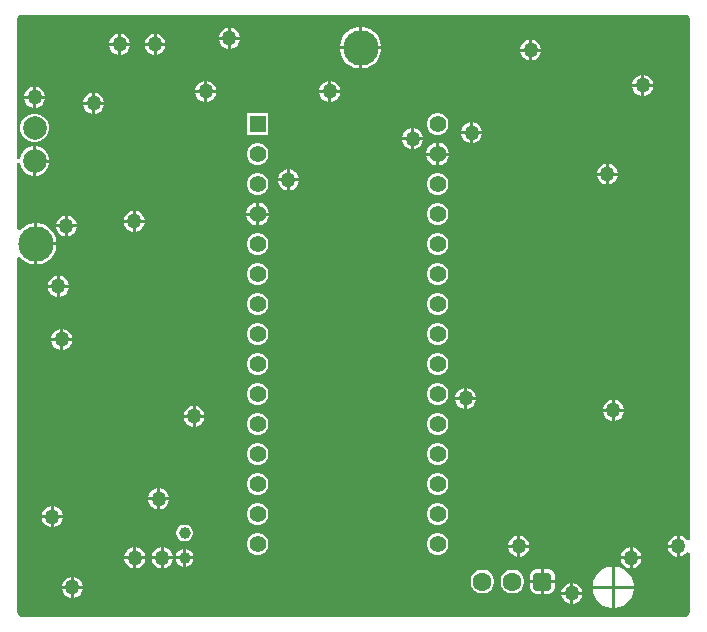
<source format=gbr>
G04*
G04 #@! TF.GenerationSoftware,Altium Limited,Altium Designer,24.6.1 (21)*
G04*
G04 Layer_Physical_Order=2*
G04 Layer_Color=16711680*
%FSLAX25Y25*%
%MOIN*%
G70*
G04*
G04 #@! TF.SameCoordinates,FB6864B3-348A-4B3C-8FDE-2C751703143F*
G04*
G04*
G04 #@! TF.FilePolarity,Positive*
G04*
G01*
G75*
%ADD55R,0.05567X0.05567*%
%ADD56C,0.05567*%
%ADD59C,0.03937*%
%ADD60C,0.07874*%
%ADD61C,0.11811*%
G04:AMPARAMS|DCode=62|XSize=62.99mil|YSize=62.99mil|CornerRadius=15.75mil|HoleSize=0mil|Usage=FLASHONLY|Rotation=180.000|XOffset=0mil|YOffset=0mil|HoleType=Round|Shape=RoundedRectangle|*
%AMROUNDEDRECTD62*
21,1,0.06299,0.03150,0,0,180.0*
21,1,0.03150,0.06299,0,0,180.0*
1,1,0.03150,-0.01575,0.01575*
1,1,0.03150,0.01575,0.01575*
1,1,0.03150,0.01575,-0.01575*
1,1,0.03150,-0.01575,-0.01575*
%
%ADD62ROUNDEDRECTD62*%
%ADD63C,0.06299*%
%ADD64C,0.05000*%
G36*
X225524Y202456D02*
X226078Y201903D01*
X226378Y201179D01*
Y200787D01*
Y27771D01*
X225378Y27503D01*
X225242Y27740D01*
X224590Y28391D01*
X223792Y28852D01*
X222941Y29080D01*
Y25591D01*
Y22101D01*
X223792Y22329D01*
X224590Y22790D01*
X225242Y23441D01*
X225378Y23678D01*
X226378Y23410D01*
Y3937D01*
Y3545D01*
X226078Y2822D01*
X225524Y2268D01*
X224801Y1969D01*
X3545D01*
X2822Y2268D01*
X2268Y2822D01*
X1969Y3545D01*
Y3937D01*
Y121576D01*
X2694Y121886D01*
X2968Y121911D01*
X3866Y121014D01*
X4997Y120258D01*
X6254Y119738D01*
X7588Y119473D01*
X7768D01*
Y126378D01*
Y133283D01*
X7588D01*
X6254Y133018D01*
X4997Y132498D01*
X3866Y131742D01*
X2968Y130845D01*
X2694Y130870D01*
X1969Y131180D01*
Y153211D01*
X2937Y153287D01*
X3274Y152031D01*
X3923Y150906D01*
X4843Y149986D01*
X5968Y149336D01*
X7224Y149000D01*
X7374D01*
Y153937D01*
Y158874D01*
X7224D01*
X5968Y158538D01*
X4843Y157888D01*
X3923Y156968D01*
X3274Y155843D01*
X2937Y154587D01*
X1969Y154663D01*
Y200787D01*
Y201179D01*
X2268Y201903D01*
X2822Y202456D01*
X3545Y202756D01*
X224801D01*
X225524Y202456D01*
D02*
G37*
%LPC*%
G36*
X73335Y198371D02*
Y195382D01*
X76324D01*
X76096Y196233D01*
X75635Y197031D01*
X74984Y197683D01*
X74186Y198143D01*
X73335Y198371D01*
D02*
G37*
G36*
X72335D02*
X71484Y198143D01*
X70686Y197683D01*
X70034Y197031D01*
X69573Y196233D01*
X69345Y195382D01*
X72335D01*
Y198371D01*
D02*
G37*
G36*
X48531Y196403D02*
Y193413D01*
X51521D01*
X51293Y194264D01*
X50832Y195062D01*
X50181Y195714D01*
X49382Y196175D01*
X48531Y196403D01*
D02*
G37*
G36*
X47532D02*
X46681Y196175D01*
X45882Y195714D01*
X45231Y195062D01*
X44770Y194264D01*
X44542Y193413D01*
X47532D01*
Y196403D01*
D02*
G37*
G36*
X36720D02*
Y193413D01*
X39710D01*
X39482Y194264D01*
X39021Y195062D01*
X38370Y195714D01*
X37571Y196175D01*
X36720Y196403D01*
D02*
G37*
G36*
X35721D02*
X34870Y196175D01*
X34071Y195714D01*
X33420Y195062D01*
X32959Y194264D01*
X32731Y193413D01*
X35721D01*
Y196403D01*
D02*
G37*
G36*
X117216Y198638D02*
X117035D01*
Y192232D01*
X123441D01*
Y192412D01*
X123176Y193747D01*
X122655Y195003D01*
X121899Y196134D01*
X120937Y197096D01*
X119806Y197852D01*
X118550Y198372D01*
X117216Y198638D01*
D02*
G37*
G36*
X116035D02*
X115855D01*
X114521Y198372D01*
X113265Y197852D01*
X112133Y197096D01*
X111172Y196134D01*
X110416Y195003D01*
X109895Y193747D01*
X109630Y192412D01*
Y192232D01*
X116035D01*
Y198638D01*
D02*
G37*
G36*
X173728Y194434D02*
Y191445D01*
X176718D01*
X176490Y192296D01*
X176029Y193094D01*
X175377Y193746D01*
X174579Y194206D01*
X173728Y194434D01*
D02*
G37*
G36*
X172728D02*
X171877Y194206D01*
X171079Y193746D01*
X170428Y193094D01*
X169967Y192296D01*
X169739Y191445D01*
X172728D01*
Y194434D01*
D02*
G37*
G36*
X76324Y194382D02*
X73335D01*
Y191392D01*
X74186Y191620D01*
X74984Y192081D01*
X75635Y192733D01*
X76096Y193531D01*
X76324Y194382D01*
D02*
G37*
G36*
X72335D02*
X69345D01*
X69573Y193531D01*
X70034Y192733D01*
X70686Y192081D01*
X71484Y191620D01*
X72335Y191392D01*
Y194382D01*
D02*
G37*
G36*
X51521Y192413D02*
X48531D01*
Y189424D01*
X49382Y189652D01*
X50181Y190113D01*
X50832Y190764D01*
X51293Y191562D01*
X51521Y192413D01*
D02*
G37*
G36*
X47532D02*
X44542D01*
X44770Y191562D01*
X45231Y190764D01*
X45882Y190113D01*
X46681Y189652D01*
X47532Y189424D01*
Y192413D01*
D02*
G37*
G36*
X39710D02*
X36720D01*
Y189424D01*
X37571Y189652D01*
X38370Y190113D01*
X39021Y190764D01*
X39482Y191562D01*
X39710Y192413D01*
D02*
G37*
G36*
X35721D02*
X32731D01*
X32959Y191562D01*
X33420Y190764D01*
X34071Y190113D01*
X34870Y189652D01*
X35721Y189424D01*
Y192413D01*
D02*
G37*
G36*
X176718Y190445D02*
X173728D01*
Y187455D01*
X174579Y187683D01*
X175377Y188144D01*
X176029Y188796D01*
X176490Y189594D01*
X176718Y190445D01*
D02*
G37*
G36*
X172728D02*
X169739D01*
X169967Y189594D01*
X170428Y188796D01*
X171079Y188144D01*
X171877Y187683D01*
X172728Y187455D01*
Y190445D01*
D02*
G37*
G36*
X123441Y191232D02*
X117035D01*
Y184827D01*
X117216D01*
X118550Y185092D01*
X119806Y185613D01*
X120937Y186368D01*
X121899Y187330D01*
X122655Y188461D01*
X123176Y189718D01*
X123441Y191052D01*
Y191232D01*
D02*
G37*
G36*
X116035D02*
X109630D01*
Y191052D01*
X109895Y189718D01*
X110416Y188461D01*
X111172Y187330D01*
X112133Y186368D01*
X113265Y185613D01*
X114521Y185092D01*
X115855Y184827D01*
X116035D01*
Y191232D01*
D02*
G37*
G36*
X211130Y182623D02*
Y179634D01*
X214119D01*
X213891Y180485D01*
X213431Y181283D01*
X212779Y181935D01*
X211981Y182395D01*
X211130Y182623D01*
D02*
G37*
G36*
X210130D02*
X209279Y182395D01*
X208481Y181935D01*
X207829Y181283D01*
X207368Y180485D01*
X207140Y179634D01*
X210130D01*
Y182623D01*
D02*
G37*
G36*
X106799Y180655D02*
Y177665D01*
X109789D01*
X109561Y178516D01*
X109100Y179314D01*
X108448Y179966D01*
X107650Y180427D01*
X106799Y180655D01*
D02*
G37*
G36*
X105799D02*
X104948Y180427D01*
X104150Y179966D01*
X103498Y179314D01*
X103038Y178516D01*
X102810Y177665D01*
X105799D01*
Y180655D01*
D02*
G37*
G36*
X65461D02*
Y177665D01*
X68450D01*
X68222Y178516D01*
X67761Y179314D01*
X67110Y179966D01*
X66312Y180427D01*
X65461Y180655D01*
D02*
G37*
G36*
X64461D02*
X63610Y180427D01*
X62812Y179966D01*
X62160Y179314D01*
X61699Y178516D01*
X61471Y177665D01*
X64461D01*
Y180655D01*
D02*
G37*
G36*
X8374Y178686D02*
Y175697D01*
X11364D01*
X11135Y176548D01*
X10675Y177346D01*
X10023Y177998D01*
X9225Y178458D01*
X8374Y178686D01*
D02*
G37*
G36*
X7374D02*
X6523Y178458D01*
X5725Y177998D01*
X5073Y177346D01*
X4612Y176548D01*
X4385Y175697D01*
X7374D01*
Y178686D01*
D02*
G37*
G36*
X214119Y178634D02*
X211130D01*
Y175644D01*
X211981Y175872D01*
X212779Y176333D01*
X213431Y176985D01*
X213891Y177783D01*
X214119Y178634D01*
D02*
G37*
G36*
X210130D02*
X207140D01*
X207368Y177783D01*
X207829Y176985D01*
X208481Y176333D01*
X209279Y175872D01*
X210130Y175644D01*
Y178634D01*
D02*
G37*
G36*
X28059Y176718D02*
Y173728D01*
X31049D01*
X30821Y174579D01*
X30360Y175377D01*
X29708Y176029D01*
X28910Y176490D01*
X28059Y176718D01*
D02*
G37*
G36*
X27059D02*
X26208Y176490D01*
X25410Y176029D01*
X24758Y175377D01*
X24298Y174579D01*
X24070Y173728D01*
X27059D01*
Y176718D01*
D02*
G37*
G36*
X109789Y176665D02*
X106799D01*
Y173676D01*
X107650Y173904D01*
X108448Y174365D01*
X109100Y175016D01*
X109561Y175814D01*
X109789Y176665D01*
D02*
G37*
G36*
X105799D02*
X102810D01*
X103038Y175814D01*
X103498Y175016D01*
X104150Y174365D01*
X104948Y173904D01*
X105799Y173676D01*
Y176665D01*
D02*
G37*
G36*
X68450D02*
X65461D01*
Y173676D01*
X66312Y173904D01*
X67110Y174365D01*
X67761Y175016D01*
X68222Y175814D01*
X68450Y176665D01*
D02*
G37*
G36*
X64461D02*
X61471D01*
X61699Y175814D01*
X62160Y175016D01*
X62812Y174365D01*
X63610Y173904D01*
X64461Y173676D01*
Y176665D01*
D02*
G37*
G36*
X11364Y174697D02*
X8374D01*
Y171707D01*
X9225Y171935D01*
X10023Y172396D01*
X10675Y173048D01*
X11135Y173846D01*
X11364Y174697D01*
D02*
G37*
G36*
X7374D02*
X4385D01*
X4612Y173846D01*
X5073Y173048D01*
X5725Y172396D01*
X6523Y171935D01*
X7374Y171707D01*
Y174697D01*
D02*
G37*
G36*
X31049Y172728D02*
X28059D01*
Y169739D01*
X28910Y169967D01*
X29708Y170428D01*
X30360Y171079D01*
X30821Y171877D01*
X31049Y172728D01*
D02*
G37*
G36*
X27059D02*
X24070D01*
X24298Y171877D01*
X24758Y171079D01*
X25410Y170428D01*
X26208Y169967D01*
X27059Y169739D01*
Y172728D01*
D02*
G37*
G36*
X154043Y166875D02*
Y163886D01*
X157033D01*
X156805Y164737D01*
X156344Y165535D01*
X155692Y166186D01*
X154894Y166647D01*
X154043Y166875D01*
D02*
G37*
G36*
X153043D02*
X152192Y166647D01*
X151394Y166186D01*
X150743Y165535D01*
X150282Y164737D01*
X150054Y163886D01*
X153043D01*
Y166875D01*
D02*
G37*
G36*
X142675Y169841D02*
X141735D01*
X140826Y169597D01*
X140012Y169127D01*
X139347Y168462D01*
X138877Y167648D01*
X138634Y166740D01*
Y165800D01*
X138877Y164891D01*
X139347Y164077D01*
X140012Y163412D01*
X140826Y162942D01*
X141735Y162699D01*
X142675D01*
X143583Y162942D01*
X144397Y163412D01*
X145062Y164077D01*
X145532Y164891D01*
X145776Y165800D01*
Y166740D01*
X145532Y167648D01*
X145062Y168462D01*
X144397Y169127D01*
X143583Y169597D01*
X142675Y169841D01*
D02*
G37*
G36*
X85776D02*
X78634D01*
Y162699D01*
X85776D01*
Y169841D01*
D02*
G37*
G36*
X134358Y164907D02*
Y161917D01*
X137348D01*
X137120Y162768D01*
X136659Y163566D01*
X136007Y164218D01*
X135209Y164679D01*
X134358Y164907D01*
D02*
G37*
G36*
X133358D02*
X132507Y164679D01*
X131709Y164218D01*
X131058Y163566D01*
X130597Y162768D01*
X130369Y161917D01*
X133358D01*
Y164907D01*
D02*
G37*
G36*
X8496Y169685D02*
X7252D01*
X6050Y169363D01*
X4973Y168741D01*
X4093Y167861D01*
X3472Y166784D01*
X3150Y165583D01*
Y164339D01*
X3472Y163137D01*
X4093Y162060D01*
X4973Y161180D01*
X6050Y160558D01*
X7252Y160236D01*
X8496D01*
X9698Y160558D01*
X10775Y161180D01*
X11654Y162060D01*
X12276Y163137D01*
X12598Y164339D01*
Y165583D01*
X12276Y166784D01*
X11654Y167861D01*
X10775Y168741D01*
X9698Y169363D01*
X8496Y169685D01*
D02*
G37*
G36*
X157033Y162886D02*
X154043D01*
Y159896D01*
X154894Y160124D01*
X155692Y160585D01*
X156344Y161237D01*
X156805Y162035D01*
X157033Y162886D01*
D02*
G37*
G36*
X153043D02*
X150054D01*
X150282Y162035D01*
X150743Y161237D01*
X151394Y160585D01*
X152192Y160124D01*
X153043Y159896D01*
Y162886D01*
D02*
G37*
G36*
X137348Y160917D02*
X134358D01*
Y157928D01*
X135209Y158156D01*
X136007Y158617D01*
X136659Y159268D01*
X137120Y160066D01*
X137348Y160917D01*
D02*
G37*
G36*
X133358D02*
X130369D01*
X130597Y160066D01*
X131058Y159268D01*
X131709Y158617D01*
X132507Y158156D01*
X133358Y157928D01*
Y160917D01*
D02*
G37*
G36*
X142705Y160053D02*
Y156770D01*
X145988D01*
X145730Y157730D01*
X145232Y158593D01*
X144528Y159297D01*
X143665Y159795D01*
X142705Y160053D01*
D02*
G37*
G36*
X141705D02*
X140744Y159795D01*
X139882Y159297D01*
X139177Y158593D01*
X138679Y157730D01*
X138422Y156770D01*
X141705D01*
Y160053D01*
D02*
G37*
G36*
X8524Y158874D02*
X8374D01*
Y154437D01*
X12811D01*
Y154587D01*
X12475Y155843D01*
X11825Y156968D01*
X10905Y157888D01*
X9780Y158538D01*
X8524Y158874D01*
D02*
G37*
G36*
X82675Y159841D02*
X81735D01*
X80826Y159597D01*
X80012Y159127D01*
X79347Y158462D01*
X78877Y157648D01*
X78634Y156740D01*
Y155800D01*
X78877Y154891D01*
X79347Y154077D01*
X80012Y153412D01*
X80826Y152942D01*
X81735Y152699D01*
X82675D01*
X83583Y152942D01*
X84397Y153412D01*
X85062Y154077D01*
X85532Y154891D01*
X85776Y155800D01*
Y156740D01*
X85532Y157648D01*
X85062Y158462D01*
X84397Y159127D01*
X83583Y159597D01*
X82675Y159841D01*
D02*
G37*
G36*
X145988Y155770D02*
X142705D01*
Y152487D01*
X143665Y152744D01*
X144528Y153242D01*
X145232Y153947D01*
X145730Y154809D01*
X145988Y155770D01*
D02*
G37*
G36*
X141705D02*
X138422D01*
X138679Y154809D01*
X139177Y153947D01*
X139882Y153242D01*
X140744Y152744D01*
X141705Y152487D01*
Y155770D01*
D02*
G37*
G36*
X199319Y153096D02*
Y150106D01*
X202308D01*
X202080Y150957D01*
X201620Y151755D01*
X200968Y152407D01*
X200170Y152868D01*
X199319Y153096D01*
D02*
G37*
G36*
X198319D02*
X197468Y152868D01*
X196670Y152407D01*
X196018Y151755D01*
X195557Y150957D01*
X195329Y150106D01*
X198319D01*
Y153096D01*
D02*
G37*
G36*
X12811Y153437D02*
X8374D01*
Y149000D01*
X8524D01*
X9780Y149336D01*
X10905Y149986D01*
X11825Y150906D01*
X12475Y152031D01*
X12811Y153287D01*
Y153437D01*
D02*
G37*
G36*
X93020Y151127D02*
Y148138D01*
X96009D01*
X95781Y148989D01*
X95320Y149787D01*
X94669Y150438D01*
X93871Y150899D01*
X93020Y151127D01*
D02*
G37*
G36*
X92020D02*
X91169Y150899D01*
X90371Y150438D01*
X89719Y149787D01*
X89258Y148989D01*
X89030Y148138D01*
X92020D01*
Y151127D01*
D02*
G37*
G36*
X202308Y149106D02*
X199319D01*
Y146117D01*
X200170Y146345D01*
X200968Y146806D01*
X201620Y147457D01*
X202080Y148255D01*
X202308Y149106D01*
D02*
G37*
G36*
X198319D02*
X195329D01*
X195557Y148255D01*
X196018Y147457D01*
X196670Y146806D01*
X197468Y146345D01*
X198319Y146117D01*
Y149106D01*
D02*
G37*
G36*
X96009Y147138D02*
X93020D01*
Y144148D01*
X93871Y144376D01*
X94669Y144837D01*
X95320Y145489D01*
X95781Y146287D01*
X96009Y147138D01*
D02*
G37*
G36*
X92020D02*
X89030D01*
X89258Y146287D01*
X89719Y145489D01*
X90371Y144837D01*
X91169Y144376D01*
X92020Y144148D01*
Y147138D01*
D02*
G37*
G36*
X142675Y149841D02*
X141735D01*
X140826Y149597D01*
X140012Y149127D01*
X139347Y148462D01*
X138877Y147648D01*
X138634Y146740D01*
Y145800D01*
X138877Y144891D01*
X139347Y144077D01*
X140012Y143412D01*
X140826Y142942D01*
X141735Y142699D01*
X142675D01*
X143583Y142942D01*
X144397Y143412D01*
X145062Y144077D01*
X145532Y144891D01*
X145776Y145800D01*
Y146740D01*
X145532Y147648D01*
X145062Y148462D01*
X144397Y149127D01*
X143583Y149597D01*
X142675Y149841D01*
D02*
G37*
G36*
X82675D02*
X81735D01*
X80826Y149597D01*
X80012Y149127D01*
X79347Y148462D01*
X78877Y147648D01*
X78634Y146740D01*
Y145800D01*
X78877Y144891D01*
X79347Y144077D01*
X80012Y143412D01*
X80826Y142942D01*
X81735Y142699D01*
X82675D01*
X83583Y142942D01*
X84397Y143412D01*
X85062Y144077D01*
X85532Y144891D01*
X85776Y145800D01*
Y146740D01*
X85532Y147648D01*
X85062Y148462D01*
X84397Y149127D01*
X83583Y149597D01*
X82675Y149841D01*
D02*
G37*
G36*
X82705Y140053D02*
Y136770D01*
X85988D01*
X85730Y137730D01*
X85232Y138593D01*
X84528Y139297D01*
X83665Y139795D01*
X82705Y140053D01*
D02*
G37*
G36*
X81705D02*
X80744Y139795D01*
X79882Y139297D01*
X79177Y138593D01*
X78679Y137730D01*
X78422Y136770D01*
X81705D01*
Y140053D01*
D02*
G37*
G36*
X41543Y137348D02*
Y134358D01*
X44533D01*
X44305Y135209D01*
X43844Y136007D01*
X43192Y136659D01*
X42394Y137120D01*
X41543Y137348D01*
D02*
G37*
G36*
X40543D02*
X39692Y137120D01*
X38894Y136659D01*
X38243Y136007D01*
X37782Y135209D01*
X37554Y134358D01*
X40543D01*
Y137348D01*
D02*
G37*
G36*
X19004Y135773D02*
Y132783D01*
X21993D01*
X21765Y133634D01*
X21305Y134432D01*
X20653Y135084D01*
X19855Y135545D01*
X19004Y135773D01*
D02*
G37*
G36*
X18004D02*
X17153Y135545D01*
X16355Y135084D01*
X15703Y134432D01*
X15243Y133634D01*
X15014Y132783D01*
X18004D01*
Y135773D01*
D02*
G37*
G36*
X142675Y139841D02*
X141735D01*
X140826Y139597D01*
X140012Y139127D01*
X139347Y138462D01*
X138877Y137648D01*
X138634Y136740D01*
Y135800D01*
X138877Y134891D01*
X139347Y134077D01*
X140012Y133412D01*
X140826Y132942D01*
X141735Y132699D01*
X142675D01*
X143583Y132942D01*
X144397Y133412D01*
X145062Y134077D01*
X145532Y134891D01*
X145776Y135800D01*
Y136740D01*
X145532Y137648D01*
X145062Y138462D01*
X144397Y139127D01*
X143583Y139597D01*
X142675Y139841D01*
D02*
G37*
G36*
X85988Y135770D02*
X82705D01*
Y132487D01*
X83665Y132744D01*
X84528Y133242D01*
X85232Y133947D01*
X85730Y134809D01*
X85988Y135770D01*
D02*
G37*
G36*
X81705D02*
X78422D01*
X78679Y134809D01*
X79177Y133947D01*
X79882Y133242D01*
X80744Y132744D01*
X81705Y132487D01*
Y135770D01*
D02*
G37*
G36*
X44533Y133358D02*
X41543D01*
Y130369D01*
X42394Y130597D01*
X43192Y131058D01*
X43844Y131709D01*
X44305Y132507D01*
X44533Y133358D01*
D02*
G37*
G36*
X40543D02*
X37554D01*
X37782Y132507D01*
X38243Y131709D01*
X38894Y131058D01*
X39692Y130597D01*
X40543Y130369D01*
Y133358D01*
D02*
G37*
G36*
X21993Y131783D02*
X19004D01*
Y128794D01*
X19855Y129022D01*
X20653Y129483D01*
X21305Y130134D01*
X21765Y130932D01*
X21993Y131783D01*
D02*
G37*
G36*
X18004D02*
X15014D01*
X15243Y130932D01*
X15703Y130134D01*
X16355Y129483D01*
X17153Y129022D01*
X18004Y128794D01*
Y131783D01*
D02*
G37*
G36*
X8948Y133283D02*
X8768D01*
Y126878D01*
X15173D01*
Y127058D01*
X14908Y128392D01*
X14387Y129649D01*
X13632Y130780D01*
X12670Y131742D01*
X11539Y132498D01*
X10282Y133018D01*
X8948Y133283D01*
D02*
G37*
G36*
X142675Y129841D02*
X141735D01*
X140826Y129597D01*
X140012Y129127D01*
X139347Y128462D01*
X138877Y127648D01*
X138634Y126740D01*
Y125800D01*
X138877Y124891D01*
X139347Y124077D01*
X140012Y123412D01*
X140826Y122942D01*
X141735Y122699D01*
X142675D01*
X143583Y122942D01*
X144397Y123412D01*
X145062Y124077D01*
X145532Y124891D01*
X145776Y125800D01*
Y126740D01*
X145532Y127648D01*
X145062Y128462D01*
X144397Y129127D01*
X143583Y129597D01*
X142675Y129841D01*
D02*
G37*
G36*
X82675D02*
X81735D01*
X80826Y129597D01*
X80012Y129127D01*
X79347Y128462D01*
X78877Y127648D01*
X78634Y126740D01*
Y125800D01*
X78877Y124891D01*
X79347Y124077D01*
X80012Y123412D01*
X80826Y122942D01*
X81735Y122699D01*
X82675D01*
X83583Y122942D01*
X84397Y123412D01*
X85062Y124077D01*
X85532Y124891D01*
X85776Y125800D01*
Y126740D01*
X85532Y127648D01*
X85062Y128462D01*
X84397Y129127D01*
X83583Y129597D01*
X82675Y129841D01*
D02*
G37*
G36*
X15173Y125878D02*
X8768D01*
Y119473D01*
X8948D01*
X10282Y119738D01*
X11539Y120258D01*
X12670Y121014D01*
X13632Y121976D01*
X14387Y123107D01*
X14908Y124364D01*
X15173Y125698D01*
Y125878D01*
D02*
G37*
G36*
X16248Y115694D02*
Y112705D01*
X19238D01*
X19010Y113556D01*
X18549Y114354D01*
X17897Y115005D01*
X17099Y115466D01*
X16248Y115694D01*
D02*
G37*
G36*
X15248D02*
X14397Y115466D01*
X13599Y115005D01*
X12947Y114354D01*
X12487Y113556D01*
X12258Y112705D01*
X15248D01*
Y115694D01*
D02*
G37*
G36*
X142675Y119841D02*
X141735D01*
X140826Y119597D01*
X140012Y119127D01*
X139347Y118462D01*
X138877Y117648D01*
X138634Y116740D01*
Y115800D01*
X138877Y114891D01*
X139347Y114077D01*
X140012Y113412D01*
X140826Y112942D01*
X141735Y112699D01*
X142675D01*
X143583Y112942D01*
X144397Y113412D01*
X145062Y114077D01*
X145532Y114891D01*
X145776Y115800D01*
Y116740D01*
X145532Y117648D01*
X145062Y118462D01*
X144397Y119127D01*
X143583Y119597D01*
X142675Y119841D01*
D02*
G37*
G36*
X82675D02*
X81735D01*
X80826Y119597D01*
X80012Y119127D01*
X79347Y118462D01*
X78877Y117648D01*
X78634Y116740D01*
Y115800D01*
X78877Y114891D01*
X79347Y114077D01*
X80012Y113412D01*
X80826Y112942D01*
X81735Y112699D01*
X82675D01*
X83583Y112942D01*
X84397Y113412D01*
X85062Y114077D01*
X85532Y114891D01*
X85776Y115800D01*
Y116740D01*
X85532Y117648D01*
X85062Y118462D01*
X84397Y119127D01*
X83583Y119597D01*
X82675Y119841D01*
D02*
G37*
G36*
X19238Y111705D02*
X16248D01*
Y108715D01*
X17099Y108943D01*
X17897Y109404D01*
X18549Y110056D01*
X19010Y110854D01*
X19238Y111705D01*
D02*
G37*
G36*
X15248D02*
X12258D01*
X12487Y110854D01*
X12947Y110056D01*
X13599Y109404D01*
X14397Y108943D01*
X15248Y108715D01*
Y111705D01*
D02*
G37*
G36*
X142675Y109841D02*
X141735D01*
X140826Y109597D01*
X140012Y109127D01*
X139347Y108462D01*
X138877Y107648D01*
X138634Y106740D01*
Y105800D01*
X138877Y104891D01*
X139347Y104077D01*
X140012Y103412D01*
X140826Y102942D01*
X141735Y102699D01*
X142675D01*
X143583Y102942D01*
X144397Y103412D01*
X145062Y104077D01*
X145532Y104891D01*
X145776Y105800D01*
Y106740D01*
X145532Y107648D01*
X145062Y108462D01*
X144397Y109127D01*
X143583Y109597D01*
X142675Y109841D01*
D02*
G37*
G36*
X82675D02*
X81735D01*
X80826Y109597D01*
X80012Y109127D01*
X79347Y108462D01*
X78877Y107648D01*
X78634Y106740D01*
Y105800D01*
X78877Y104891D01*
X79347Y104077D01*
X80012Y103412D01*
X80826Y102942D01*
X81735Y102699D01*
X82675D01*
X83583Y102942D01*
X84397Y103412D01*
X85062Y104077D01*
X85532Y104891D01*
X85776Y105800D01*
Y106740D01*
X85532Y107648D01*
X85062Y108462D01*
X84397Y109127D01*
X83583Y109597D01*
X82675Y109841D01*
D02*
G37*
G36*
X17429Y97978D02*
Y94988D01*
X20419D01*
X20191Y95839D01*
X19730Y96637D01*
X19078Y97289D01*
X18280Y97750D01*
X17429Y97978D01*
D02*
G37*
G36*
X16429D02*
X15578Y97750D01*
X14780Y97289D01*
X14128Y96637D01*
X13668Y95839D01*
X13440Y94988D01*
X16429D01*
Y97978D01*
D02*
G37*
G36*
X142675Y99840D02*
X141735D01*
X140826Y99597D01*
X140012Y99127D01*
X139347Y98462D01*
X138877Y97648D01*
X138634Y96740D01*
Y95800D01*
X138877Y94891D01*
X139347Y94077D01*
X140012Y93412D01*
X140826Y92942D01*
X141735Y92699D01*
X142675D01*
X143583Y92942D01*
X144397Y93412D01*
X145062Y94077D01*
X145532Y94891D01*
X145776Y95800D01*
Y96740D01*
X145532Y97648D01*
X145062Y98462D01*
X144397Y99127D01*
X143583Y99597D01*
X142675Y99840D01*
D02*
G37*
G36*
X82675D02*
X81735D01*
X80826Y99597D01*
X80012Y99127D01*
X79347Y98462D01*
X78877Y97648D01*
X78634Y96740D01*
Y95800D01*
X78877Y94891D01*
X79347Y94077D01*
X80012Y93412D01*
X80826Y92942D01*
X81735Y92699D01*
X82675D01*
X83583Y92942D01*
X84397Y93412D01*
X85062Y94077D01*
X85532Y94891D01*
X85776Y95800D01*
Y96740D01*
X85532Y97648D01*
X85062Y98462D01*
X84397Y99127D01*
X83583Y99597D01*
X82675Y99840D01*
D02*
G37*
G36*
X20419Y93988D02*
X17429D01*
Y90999D01*
X18280Y91227D01*
X19078Y91688D01*
X19730Y92339D01*
X20191Y93137D01*
X20419Y93988D01*
D02*
G37*
G36*
X16429D02*
X13440D01*
X13668Y93137D01*
X14128Y92339D01*
X14780Y91688D01*
X15578Y91227D01*
X16429Y90999D01*
Y93988D01*
D02*
G37*
G36*
X142675Y89841D02*
X141735D01*
X140826Y89597D01*
X140012Y89127D01*
X139347Y88462D01*
X138877Y87648D01*
X138634Y86740D01*
Y85800D01*
X138877Y84891D01*
X139347Y84077D01*
X140012Y83412D01*
X140826Y82942D01*
X141735Y82699D01*
X142675D01*
X143583Y82942D01*
X144397Y83412D01*
X145062Y84077D01*
X145532Y84891D01*
X145776Y85800D01*
Y86740D01*
X145532Y87648D01*
X145062Y88462D01*
X144397Y89127D01*
X143583Y89597D01*
X142675Y89841D01*
D02*
G37*
G36*
X82675D02*
X81735D01*
X80826Y89597D01*
X80012Y89127D01*
X79347Y88462D01*
X78877Y87648D01*
X78634Y86740D01*
Y85800D01*
X78877Y84891D01*
X79347Y84077D01*
X80012Y83412D01*
X80826Y82942D01*
X81735Y82699D01*
X82675D01*
X83583Y82942D01*
X84397Y83412D01*
X85062Y84077D01*
X85532Y84891D01*
X85776Y85800D01*
Y86740D01*
X85532Y87648D01*
X85062Y88462D01*
X84397Y89127D01*
X83583Y89597D01*
X82675Y89841D01*
D02*
G37*
G36*
X152075Y78293D02*
Y75303D01*
X155064D01*
X154836Y76154D01*
X154376Y76952D01*
X153724Y77604D01*
X152926Y78065D01*
X152075Y78293D01*
D02*
G37*
G36*
X151075D02*
X150224Y78065D01*
X149426Y77604D01*
X148774Y76952D01*
X148313Y76154D01*
X148085Y75303D01*
X151075D01*
Y78293D01*
D02*
G37*
G36*
X142675Y79840D02*
X141735D01*
X140826Y79597D01*
X140012Y79127D01*
X139347Y78462D01*
X138877Y77648D01*
X138634Y76740D01*
Y75800D01*
X138877Y74891D01*
X139347Y74077D01*
X140012Y73412D01*
X140826Y72942D01*
X141735Y72699D01*
X142675D01*
X143583Y72942D01*
X144397Y73412D01*
X145062Y74077D01*
X145532Y74891D01*
X145776Y75800D01*
Y76740D01*
X145532Y77648D01*
X145062Y78462D01*
X144397Y79127D01*
X143583Y79597D01*
X142675Y79840D01*
D02*
G37*
G36*
X82675D02*
X81735D01*
X80826Y79597D01*
X80012Y79127D01*
X79347Y78462D01*
X78877Y77648D01*
X78634Y76740D01*
Y75800D01*
X78877Y74891D01*
X79347Y74077D01*
X80012Y73412D01*
X80826Y72942D01*
X81735Y72699D01*
X82675D01*
X83583Y72942D01*
X84397Y73412D01*
X85062Y74077D01*
X85532Y74891D01*
X85776Y75800D01*
Y76740D01*
X85532Y77648D01*
X85062Y78462D01*
X84397Y79127D01*
X83583Y79597D01*
X82675Y79840D01*
D02*
G37*
G36*
X201287Y74356D02*
Y71366D01*
X204277D01*
X204049Y72217D01*
X203588Y73015D01*
X202936Y73667D01*
X202138Y74128D01*
X201287Y74356D01*
D02*
G37*
G36*
X200287D02*
X199436Y74128D01*
X198638Y73667D01*
X197987Y73015D01*
X197526Y72217D01*
X197298Y71366D01*
X200287D01*
Y74356D01*
D02*
G37*
G36*
X155064Y74303D02*
X152075D01*
Y71314D01*
X152926Y71542D01*
X153724Y72002D01*
X154376Y72654D01*
X154836Y73452D01*
X155064Y74303D01*
D02*
G37*
G36*
X151075D02*
X148085D01*
X148313Y73452D01*
X148774Y72654D01*
X149426Y72002D01*
X150224Y71542D01*
X151075Y71314D01*
Y74303D01*
D02*
G37*
G36*
X61524Y72387D02*
Y69398D01*
X64513D01*
X64285Y70249D01*
X63824Y71047D01*
X63173Y71698D01*
X62375Y72159D01*
X61524Y72387D01*
D02*
G37*
G36*
X60524D02*
X59673Y72159D01*
X58875Y71698D01*
X58223Y71047D01*
X57762Y70249D01*
X57534Y69398D01*
X60524D01*
Y72387D01*
D02*
G37*
G36*
X204277Y70366D02*
X201287D01*
Y67377D01*
X202138Y67605D01*
X202936Y68065D01*
X203588Y68717D01*
X204049Y69515D01*
X204277Y70366D01*
D02*
G37*
G36*
X200287D02*
X197298D01*
X197526Y69515D01*
X197987Y68717D01*
X198638Y68065D01*
X199436Y67605D01*
X200287Y67377D01*
Y70366D01*
D02*
G37*
G36*
X64513Y68398D02*
X61524D01*
Y65408D01*
X62375Y65636D01*
X63173Y66097D01*
X63824Y66749D01*
X64285Y67547D01*
X64513Y68398D01*
D02*
G37*
G36*
X60524D02*
X57534D01*
X57762Y67547D01*
X58223Y66749D01*
X58875Y66097D01*
X59673Y65636D01*
X60524Y65408D01*
Y68398D01*
D02*
G37*
G36*
X142675Y69841D02*
X141735D01*
X140826Y69597D01*
X140012Y69127D01*
X139347Y68462D01*
X138877Y67648D01*
X138634Y66740D01*
Y65800D01*
X138877Y64891D01*
X139347Y64077D01*
X140012Y63412D01*
X140826Y62942D01*
X141735Y62699D01*
X142675D01*
X143583Y62942D01*
X144397Y63412D01*
X145062Y64077D01*
X145532Y64891D01*
X145776Y65800D01*
Y66740D01*
X145532Y67648D01*
X145062Y68462D01*
X144397Y69127D01*
X143583Y69597D01*
X142675Y69841D01*
D02*
G37*
G36*
X82675D02*
X81735D01*
X80826Y69597D01*
X80012Y69127D01*
X79347Y68462D01*
X78877Y67648D01*
X78634Y66740D01*
Y65800D01*
X78877Y64891D01*
X79347Y64077D01*
X80012Y63412D01*
X80826Y62942D01*
X81735Y62699D01*
X82675D01*
X83583Y62942D01*
X84397Y63412D01*
X85062Y64077D01*
X85532Y64891D01*
X85776Y65800D01*
Y66740D01*
X85532Y67648D01*
X85062Y68462D01*
X84397Y69127D01*
X83583Y69597D01*
X82675Y69841D01*
D02*
G37*
G36*
X142675Y59841D02*
X141735D01*
X140826Y59597D01*
X140012Y59127D01*
X139347Y58462D01*
X138877Y57648D01*
X138634Y56740D01*
Y55800D01*
X138877Y54891D01*
X139347Y54077D01*
X140012Y53412D01*
X140826Y52942D01*
X141735Y52699D01*
X142675D01*
X143583Y52942D01*
X144397Y53412D01*
X145062Y54077D01*
X145532Y54891D01*
X145776Y55800D01*
Y56740D01*
X145532Y57648D01*
X145062Y58462D01*
X144397Y59127D01*
X143583Y59597D01*
X142675Y59841D01*
D02*
G37*
G36*
X82675D02*
X81735D01*
X80826Y59597D01*
X80012Y59127D01*
X79347Y58462D01*
X78877Y57648D01*
X78634Y56740D01*
Y55800D01*
X78877Y54891D01*
X79347Y54077D01*
X80012Y53412D01*
X80826Y52942D01*
X81735Y52699D01*
X82675D01*
X83583Y52942D01*
X84397Y53412D01*
X85062Y54077D01*
X85532Y54891D01*
X85776Y55800D01*
Y56740D01*
X85532Y57648D01*
X85062Y58462D01*
X84397Y59127D01*
X83583Y59597D01*
X82675Y59841D01*
D02*
G37*
G36*
X142675Y49841D02*
X141735D01*
X140826Y49597D01*
X140012Y49127D01*
X139347Y48462D01*
X138877Y47648D01*
X138634Y46740D01*
Y45800D01*
X138877Y44891D01*
X139347Y44077D01*
X140012Y43412D01*
X140826Y42942D01*
X141735Y42699D01*
X142675D01*
X143583Y42942D01*
X144397Y43412D01*
X145062Y44077D01*
X145532Y44891D01*
X145776Y45800D01*
Y46740D01*
X145532Y47648D01*
X145062Y48462D01*
X144397Y49127D01*
X143583Y49597D01*
X142675Y49841D01*
D02*
G37*
G36*
X82675D02*
X81735D01*
X80826Y49597D01*
X80012Y49127D01*
X79347Y48462D01*
X78877Y47648D01*
X78634Y46740D01*
Y45800D01*
X78877Y44891D01*
X79347Y44077D01*
X80012Y43412D01*
X80826Y42942D01*
X81735Y42699D01*
X82675D01*
X83583Y42942D01*
X84397Y43412D01*
X85062Y44077D01*
X85532Y44891D01*
X85776Y45800D01*
Y46740D01*
X85532Y47648D01*
X85062Y48462D01*
X84397Y49127D01*
X83583Y49597D01*
X82675Y49841D01*
D02*
G37*
G36*
X49713Y44828D02*
Y41839D01*
X52702D01*
X52474Y42689D01*
X52013Y43488D01*
X51362Y44139D01*
X50564Y44600D01*
X49713Y44828D01*
D02*
G37*
G36*
X48713D02*
X47862Y44600D01*
X47063Y44139D01*
X46412Y43488D01*
X45951Y42689D01*
X45723Y41839D01*
X48713D01*
Y44828D01*
D02*
G37*
G36*
X52702Y40839D02*
X49713D01*
Y37849D01*
X50564Y38077D01*
X51362Y38538D01*
X52013Y39189D01*
X52474Y39988D01*
X52702Y40839D01*
D02*
G37*
G36*
X48713D02*
X45723D01*
X45951Y39988D01*
X46412Y39189D01*
X47063Y38538D01*
X47862Y38077D01*
X48713Y37849D01*
Y40839D01*
D02*
G37*
G36*
X14279Y38923D02*
Y35933D01*
X17269D01*
X17041Y36784D01*
X16580Y37582D01*
X15929Y38234D01*
X15131Y38695D01*
X14279Y38923D01*
D02*
G37*
G36*
X13280D02*
X12429Y38695D01*
X11631Y38234D01*
X10979Y37582D01*
X10518Y36784D01*
X10290Y35933D01*
X13280D01*
Y38923D01*
D02*
G37*
G36*
X142675Y39841D02*
X141735D01*
X140826Y39597D01*
X140012Y39127D01*
X139347Y38462D01*
X138877Y37648D01*
X138634Y36740D01*
Y35800D01*
X138877Y34891D01*
X139347Y34077D01*
X140012Y33412D01*
X140826Y32942D01*
X141735Y32699D01*
X142675D01*
X143583Y32942D01*
X144397Y33412D01*
X145062Y34077D01*
X145532Y34891D01*
X145776Y35800D01*
Y36740D01*
X145532Y37648D01*
X145062Y38462D01*
X144397Y39127D01*
X143583Y39597D01*
X142675Y39841D01*
D02*
G37*
G36*
X82675D02*
X81735D01*
X80826Y39597D01*
X80012Y39127D01*
X79347Y38462D01*
X78877Y37648D01*
X78634Y36740D01*
Y35800D01*
X78877Y34891D01*
X79347Y34077D01*
X80012Y33412D01*
X80826Y32942D01*
X81735Y32699D01*
X82675D01*
X83583Y32942D01*
X84397Y33412D01*
X85062Y34077D01*
X85532Y34891D01*
X85776Y35800D01*
Y36740D01*
X85532Y37648D01*
X85062Y38462D01*
X84397Y39127D01*
X83583Y39597D01*
X82675Y39841D01*
D02*
G37*
G36*
X17269Y34933D02*
X14279D01*
Y31944D01*
X15131Y32172D01*
X15929Y32632D01*
X16580Y33284D01*
X17041Y34082D01*
X17269Y34933D01*
D02*
G37*
G36*
X13280D02*
X10290D01*
X10518Y34082D01*
X10979Y33284D01*
X11631Y32632D01*
X12429Y32172D01*
X13280Y31944D01*
Y34933D01*
D02*
G37*
G36*
X58237Y32677D02*
X57511D01*
X56810Y32489D01*
X56182Y32127D01*
X55669Y31613D01*
X55306Y30985D01*
X55118Y30284D01*
Y29558D01*
X55306Y28857D01*
X55669Y28229D01*
X56182Y27716D01*
X56810Y27353D01*
X57511Y27165D01*
X58237D01*
X58938Y27353D01*
X59566Y27716D01*
X60079Y28229D01*
X60442Y28857D01*
X60630Y29558D01*
Y30284D01*
X60442Y30985D01*
X60079Y31613D01*
X59566Y32127D01*
X58938Y32489D01*
X58237Y32677D01*
D02*
G37*
G36*
X221941Y29080D02*
X221090Y28852D01*
X220292Y28391D01*
X219640Y27740D01*
X219180Y26941D01*
X218952Y26091D01*
X221941D01*
Y29080D01*
D02*
G37*
G36*
X169791D02*
Y26091D01*
X172781D01*
X172553Y26941D01*
X172092Y27740D01*
X171440Y28391D01*
X170642Y28852D01*
X169791Y29080D01*
D02*
G37*
G36*
X168791D02*
X167940Y28852D01*
X167142Y28391D01*
X166491Y27740D01*
X166030Y26941D01*
X165802Y26091D01*
X168791D01*
Y29080D01*
D02*
G37*
G36*
X142675Y29841D02*
X141735D01*
X140826Y29597D01*
X140012Y29127D01*
X139347Y28462D01*
X138877Y27648D01*
X138634Y26740D01*
Y25800D01*
X138877Y24891D01*
X139347Y24077D01*
X140012Y23412D01*
X140826Y22942D01*
X141735Y22699D01*
X142675D01*
X143583Y22942D01*
X144397Y23412D01*
X145062Y24077D01*
X145532Y24891D01*
X145776Y25800D01*
Y26740D01*
X145532Y27648D01*
X145062Y28462D01*
X144397Y29127D01*
X143583Y29597D01*
X142675Y29841D01*
D02*
G37*
G36*
X82675D02*
X81735D01*
X80826Y29597D01*
X80012Y29127D01*
X79347Y28462D01*
X78877Y27648D01*
X78634Y26740D01*
Y25800D01*
X78877Y24891D01*
X79347Y24077D01*
X80012Y23412D01*
X80826Y22942D01*
X81735Y22699D01*
X82675D01*
X83583Y22942D01*
X84397Y23412D01*
X85062Y24077D01*
X85532Y24891D01*
X85776Y25800D01*
Y26740D01*
X85532Y27648D01*
X85062Y28462D01*
X84397Y29127D01*
X83583Y29597D01*
X82675Y29841D01*
D02*
G37*
G36*
X207193Y25143D02*
Y22154D01*
X210182D01*
X209954Y23005D01*
X209494Y23803D01*
X208842Y24454D01*
X208044Y24915D01*
X207193Y25143D01*
D02*
G37*
G36*
X206193D02*
X205342Y24915D01*
X204544Y24454D01*
X203892Y23803D01*
X203431Y23005D01*
X203203Y22154D01*
X206193D01*
Y25143D01*
D02*
G37*
G36*
X58374Y24593D02*
Y22154D01*
X60813D01*
X60640Y22799D01*
X60249Y23476D01*
X59697Y24029D01*
X59020Y24420D01*
X58374Y24593D01*
D02*
G37*
G36*
X57374D02*
X56728Y24420D01*
X56051Y24029D01*
X55499Y23476D01*
X55108Y22799D01*
X54935Y22154D01*
X57374D01*
Y24593D01*
D02*
G37*
G36*
X50894Y25143D02*
Y22154D01*
X53883D01*
X53655Y23005D01*
X53194Y23803D01*
X52543Y24454D01*
X51745Y24915D01*
X50894Y25143D01*
D02*
G37*
G36*
X49894D02*
X49043Y24915D01*
X48245Y24454D01*
X47593Y23803D01*
X47132Y23005D01*
X46904Y22154D01*
X49894D01*
Y25143D01*
D02*
G37*
G36*
X41839D02*
Y22154D01*
X44828D01*
X44600Y23005D01*
X44139Y23803D01*
X43488Y24454D01*
X42689Y24915D01*
X41839Y25143D01*
D02*
G37*
G36*
X40839D02*
X39988Y24915D01*
X39189Y24454D01*
X38538Y23803D01*
X38077Y23005D01*
X37849Y22154D01*
X40839D01*
Y25143D01*
D02*
G37*
G36*
X221941Y25091D02*
X218952D01*
X219180Y24240D01*
X219640Y23441D01*
X220292Y22790D01*
X221090Y22329D01*
X221941Y22101D01*
Y25091D01*
D02*
G37*
G36*
X172781D02*
X169791D01*
Y22101D01*
X170642Y22329D01*
X171440Y22790D01*
X172092Y23441D01*
X172553Y24240D01*
X172781Y25091D01*
D02*
G37*
G36*
X168791D02*
X165802D01*
X166030Y24240D01*
X166491Y23441D01*
X167142Y22790D01*
X167940Y22329D01*
X168791Y22101D01*
Y25091D01*
D02*
G37*
G36*
X60813Y21154D02*
X58374D01*
Y18714D01*
X59020Y18887D01*
X59697Y19278D01*
X60249Y19831D01*
X60640Y20508D01*
X60813Y21154D01*
D02*
G37*
G36*
X57374D02*
X54935D01*
X55108Y20508D01*
X55499Y19831D01*
X56051Y19278D01*
X56728Y18887D01*
X57374Y18714D01*
Y21154D01*
D02*
G37*
G36*
X210182D02*
X207193D01*
Y18164D01*
X208044Y18392D01*
X208842Y18853D01*
X209494Y19504D01*
X209954Y20303D01*
X210182Y21154D01*
D02*
G37*
G36*
X206193D02*
X203203D01*
X203431Y20303D01*
X203892Y19504D01*
X204544Y18853D01*
X205342Y18392D01*
X206193Y18164D01*
Y21154D01*
D02*
G37*
G36*
X53883D02*
X50894D01*
Y18164D01*
X51745Y18392D01*
X52543Y18853D01*
X53194Y19504D01*
X53655Y20303D01*
X53883Y21154D01*
D02*
G37*
G36*
X49894D02*
X46904D01*
X47132Y20303D01*
X47593Y19504D01*
X48245Y18853D01*
X49043Y18392D01*
X49894Y18164D01*
Y21154D01*
D02*
G37*
G36*
X44828D02*
X41839D01*
Y18164D01*
X42689Y18392D01*
X43488Y18853D01*
X44139Y19504D01*
X44600Y20303D01*
X44828Y21154D01*
D02*
G37*
G36*
X40839D02*
X37849D01*
X38077Y20303D01*
X38538Y19504D01*
X39189Y18853D01*
X39988Y18392D01*
X40839Y18164D01*
Y21154D01*
D02*
G37*
G36*
X178740Y17951D02*
X177665D01*
Y14279D01*
X181337D01*
Y15354D01*
X181249Y16026D01*
X180989Y16653D01*
X180577Y17191D01*
X180039Y17603D01*
X179412Y17863D01*
X178740Y17951D01*
D02*
G37*
G36*
X176665D02*
X175591D01*
X174918Y17863D01*
X174292Y17603D01*
X173754Y17191D01*
X173342Y16653D01*
X173082Y16026D01*
X172994Y15354D01*
Y14279D01*
X176665D01*
Y17951D01*
D02*
G37*
G36*
X201467Y18717D02*
X201287D01*
Y12311D01*
X207693D01*
Y12491D01*
X207428Y13825D01*
X206907Y15082D01*
X206151Y16213D01*
X205189Y17175D01*
X204058Y17931D01*
X202802Y18451D01*
X201467Y18717D01*
D02*
G37*
G36*
X200287D02*
X200107D01*
X198773Y18451D01*
X197516Y17931D01*
X196385Y17175D01*
X195423Y16213D01*
X194668Y15082D01*
X194147Y13825D01*
X193882Y12491D01*
Y12311D01*
X200287D01*
Y18717D01*
D02*
G37*
G36*
X20972Y15301D02*
Y12311D01*
X23962D01*
X23734Y13162D01*
X23273Y13960D01*
X22622Y14612D01*
X21823Y15073D01*
X20972Y15301D01*
D02*
G37*
G36*
X19972D02*
X19121Y15073D01*
X18323Y14612D01*
X17672Y13960D01*
X17211Y13162D01*
X16983Y12311D01*
X19972D01*
Y15301D01*
D02*
G37*
G36*
X187508Y13332D02*
Y10343D01*
X190497D01*
X190269Y11193D01*
X189809Y11992D01*
X189157Y12643D01*
X188359Y13104D01*
X187508Y13332D01*
D02*
G37*
G36*
X186508D02*
X185657Y13104D01*
X184859Y12643D01*
X184207Y11992D01*
X183746Y11193D01*
X183518Y10343D01*
X186508D01*
Y13332D01*
D02*
G37*
G36*
X167684Y17717D02*
X166647D01*
X165646Y17448D01*
X164748Y16930D01*
X164015Y16197D01*
X163497Y15299D01*
X163228Y14298D01*
Y13261D01*
X163497Y12260D01*
X164015Y11362D01*
X164748Y10629D01*
X165646Y10111D01*
X166647Y9843D01*
X167684D01*
X168685Y10111D01*
X169583Y10629D01*
X170316Y11362D01*
X170834Y12260D01*
X171102Y13261D01*
Y14298D01*
X170834Y15299D01*
X170316Y16197D01*
X169583Y16930D01*
X168685Y17448D01*
X167684Y17717D01*
D02*
G37*
G36*
X157684D02*
X156647D01*
X155646Y17448D01*
X154748Y16930D01*
X154015Y16197D01*
X153497Y15299D01*
X153228Y14298D01*
Y13261D01*
X153497Y12260D01*
X154015Y11362D01*
X154748Y10629D01*
X155646Y10111D01*
X156647Y9843D01*
X157684D01*
X158685Y10111D01*
X159583Y10629D01*
X160316Y11362D01*
X160834Y12260D01*
X161102Y13261D01*
Y14298D01*
X160834Y15299D01*
X160316Y16197D01*
X159583Y16930D01*
X158685Y17448D01*
X157684Y17717D01*
D02*
G37*
G36*
X181337Y13280D02*
X177665D01*
Y9608D01*
X178740D01*
X179412Y9696D01*
X180039Y9956D01*
X180577Y10368D01*
X180989Y10906D01*
X181249Y11533D01*
X181337Y12205D01*
Y13280D01*
D02*
G37*
G36*
X176665D02*
X172994D01*
Y12205D01*
X173082Y11533D01*
X173342Y10906D01*
X173754Y10368D01*
X174292Y9956D01*
X174918Y9696D01*
X175591Y9608D01*
X176665D01*
Y13280D01*
D02*
G37*
G36*
X23962Y11311D02*
X20972D01*
Y8321D01*
X21823Y8550D01*
X22622Y9010D01*
X23273Y9662D01*
X23734Y10460D01*
X23962Y11311D01*
D02*
G37*
G36*
X19972D02*
X16983D01*
X17211Y10460D01*
X17672Y9662D01*
X18323Y9010D01*
X19121Y8550D01*
X19972Y8321D01*
Y11311D01*
D02*
G37*
G36*
X190497Y9342D02*
X187508D01*
Y6353D01*
X188359Y6581D01*
X189157Y7042D01*
X189809Y7694D01*
X190269Y8492D01*
X190497Y9342D01*
D02*
G37*
G36*
X186508D02*
X183518D01*
X183746Y8492D01*
X184207Y7694D01*
X184859Y7042D01*
X185657Y6581D01*
X186508Y6353D01*
Y9342D01*
D02*
G37*
G36*
X207693Y11311D02*
X201287D01*
Y4905D01*
X201467D01*
X202802Y5171D01*
X204058Y5691D01*
X205189Y6447D01*
X206151Y7409D01*
X206907Y8540D01*
X207428Y9797D01*
X207693Y11131D01*
Y11311D01*
D02*
G37*
G36*
X200287D02*
X193882D01*
Y11131D01*
X194147Y9797D01*
X194668Y8540D01*
X195423Y7409D01*
X196385Y6447D01*
X197516Y5691D01*
X198773Y5171D01*
X200107Y4905D01*
X200287D01*
Y11311D01*
D02*
G37*
%LPD*%
D55*
X82205Y166270D02*
D03*
D56*
Y156270D02*
D03*
Y146270D02*
D03*
Y136270D02*
D03*
Y126270D02*
D03*
Y116270D02*
D03*
Y106270D02*
D03*
Y96270D02*
D03*
Y86270D02*
D03*
Y76270D02*
D03*
Y66270D02*
D03*
Y56270D02*
D03*
Y46270D02*
D03*
Y36270D02*
D03*
Y26270D02*
D03*
X142205D02*
D03*
Y36270D02*
D03*
Y46270D02*
D03*
Y56270D02*
D03*
Y66270D02*
D03*
Y76270D02*
D03*
Y86270D02*
D03*
Y96270D02*
D03*
Y106270D02*
D03*
Y116270D02*
D03*
Y126270D02*
D03*
Y136270D02*
D03*
Y146270D02*
D03*
Y156270D02*
D03*
Y166270D02*
D03*
D59*
X57874Y21654D02*
D03*
Y29921D02*
D03*
D60*
X7874Y153937D02*
D03*
Y164961D02*
D03*
D61*
X8268Y126378D02*
D03*
X116535Y191732D02*
D03*
D62*
X177165Y13780D02*
D03*
D63*
X167165D02*
D03*
X157165D02*
D03*
D64*
X50394Y21654D02*
D03*
X18504Y132283D02*
D03*
X200787Y70866D02*
D03*
X133858Y161417D02*
D03*
X106299Y177165D02*
D03*
X36220Y192913D02*
D03*
X48031D02*
D03*
X16929Y94488D02*
D03*
X20472Y11811D02*
D03*
X13780Y35433D02*
D03*
X198819Y149606D02*
D03*
X210630Y179134D02*
D03*
X187008Y9843D02*
D03*
X206693Y21654D02*
D03*
X153543Y163386D02*
D03*
X222441Y25591D02*
D03*
X151575Y74803D02*
D03*
X169291Y25591D02*
D03*
X15748Y112205D02*
D03*
X61024Y68898D02*
D03*
X49213Y41339D02*
D03*
X41339Y21654D02*
D03*
X64961Y177165D02*
D03*
X7874Y175197D02*
D03*
X27559Y173228D02*
D03*
X92520Y147638D02*
D03*
X41043Y133858D02*
D03*
X72835Y194882D02*
D03*
X173228Y190945D02*
D03*
M02*

</source>
